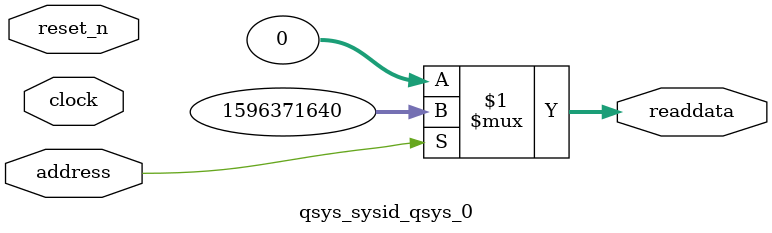
<source format=v>



// synthesis translate_off
`timescale 1ns / 1ps
// synthesis translate_on

// turn off superfluous verilog processor warnings 
// altera message_level Level1 
// altera message_off 10034 10035 10036 10037 10230 10240 10030 

module qsys_sysid_qsys_0 (
               // inputs:
                address,
                clock,
                reset_n,

               // outputs:
                readdata
             )
;

  output  [ 31: 0] readdata;
  input            address;
  input            clock;
  input            reset_n;

  wire    [ 31: 0] readdata;
  //control_slave, which is an e_avalon_slave
  assign readdata = address ? 1596371640 : 0;

endmodule



</source>
